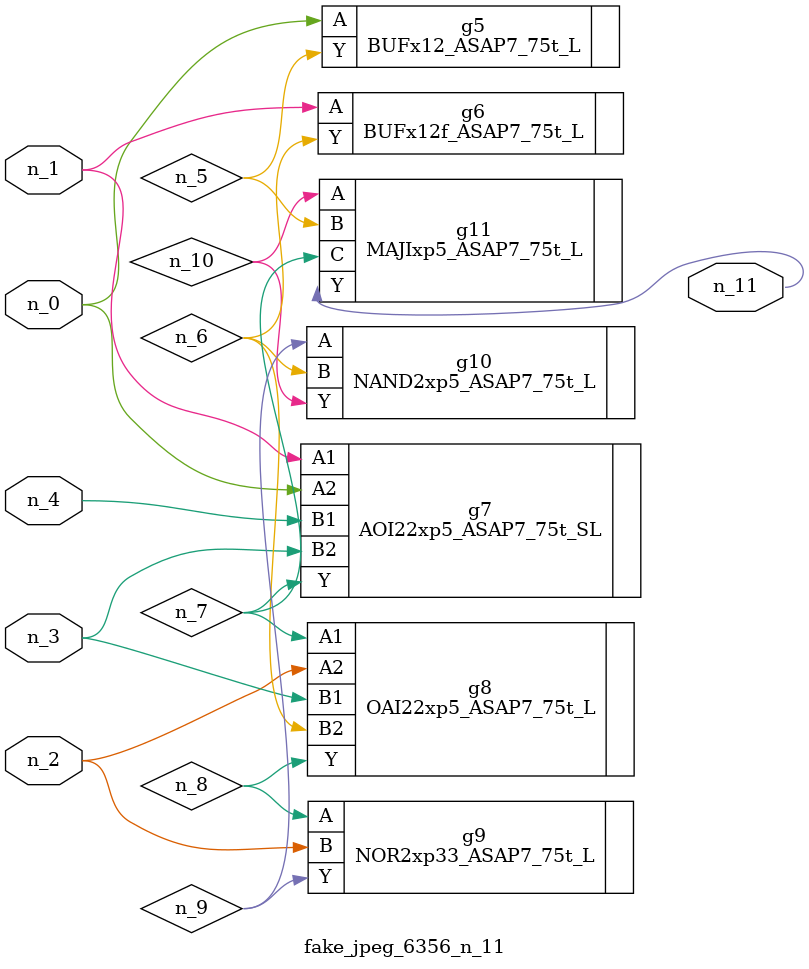
<source format=v>
module fake_jpeg_6356_n_11 (n_3, n_2, n_1, n_0, n_4, n_11);

input n_3;
input n_2;
input n_1;
input n_0;
input n_4;

output n_11;

wire n_10;
wire n_8;
wire n_9;
wire n_6;
wire n_5;
wire n_7;

BUFx12_ASAP7_75t_L g5 ( 
.A(n_0),
.Y(n_5)
);

BUFx12f_ASAP7_75t_L g6 ( 
.A(n_1),
.Y(n_6)
);

AOI22xp5_ASAP7_75t_SL g7 ( 
.A1(n_1),
.A2(n_0),
.B1(n_4),
.B2(n_3),
.Y(n_7)
);

OAI22xp5_ASAP7_75t_L g8 ( 
.A1(n_7),
.A2(n_2),
.B1(n_3),
.B2(n_6),
.Y(n_8)
);

NOR2xp33_ASAP7_75t_L g9 ( 
.A(n_8),
.B(n_2),
.Y(n_9)
);

NAND2xp5_ASAP7_75t_L g10 ( 
.A(n_9),
.B(n_6),
.Y(n_10)
);

MAJIxp5_ASAP7_75t_L g11 ( 
.A(n_10),
.B(n_5),
.C(n_7),
.Y(n_11)
);


endmodule
</source>
